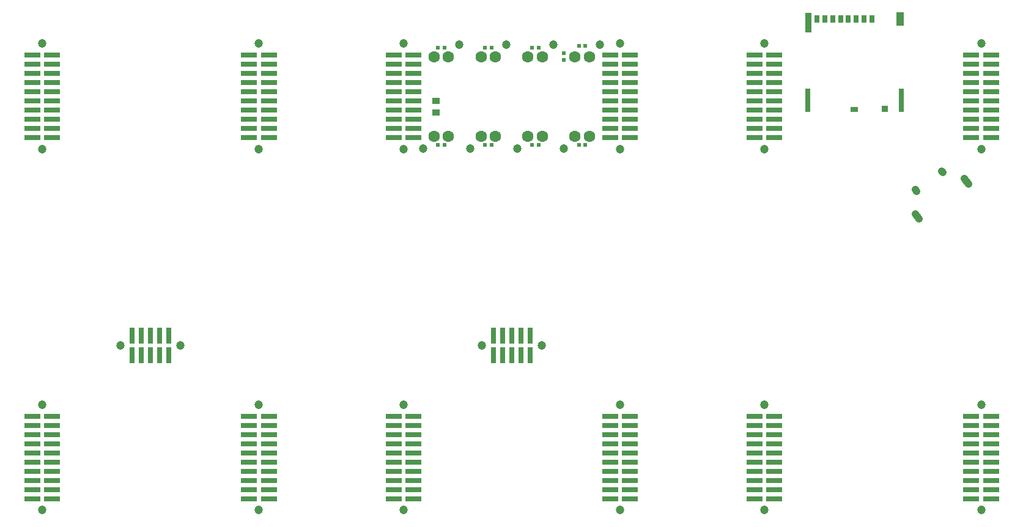
<source format=gbs>
G04 #@! TF.GenerationSoftware,KiCad,Pcbnew,no-vcs-found-d3b382c~59~ubuntu16.04.1*
G04 #@! TF.CreationDate,2017-07-31T19:30:18+01:00*
G04 #@! TF.ProjectId,r2_panel,72325F70616E656C2E6B696361645F70,1*
G04 #@! TF.SameCoordinates,Original
G04 #@! TF.FileFunction,Soldermask,Bot*
G04 #@! TF.FilePolarity,Negative*
%FSLAX46Y46*%
G04 Gerber Fmt 4.6, Leading zero omitted, Abs format (unit mm)*
G04 Created by KiCad (PCBNEW no-vcs-found-d3b382c~59~ubuntu16.04.1) date Mon Jul 31 19:30:18 2017*
%MOMM*%
%LPD*%
G01*
G04 APERTURE LIST*
%ADD10R,2.220000X0.740000*%
%ADD11C,1.200000*%
%ADD12R,0.620000X0.620000*%
%ADD13R,1.000000X0.950000*%
%ADD14C,1.600000*%
%ADD15R,0.740000X2.220000*%
%ADD16R,0.700000X1.100000*%
%ADD17R,1.140000X1.830000*%
%ADD18R,0.860000X2.800000*%
%ADD19R,0.700000X3.330000*%
%ADD20R,0.900000X0.930000*%
%ADD21R,1.050000X0.780000*%
%ADD22C,1.000000*%
%ADD23C,1.000000*%
G04 APERTURE END LIST*
D10*
X58635000Y-69285000D03*
X61365000Y-69285000D03*
X58635000Y-70555000D03*
X61365000Y-70555000D03*
X58635000Y-71825000D03*
X61365000Y-71825000D03*
X58635000Y-73095000D03*
X61365000Y-73095000D03*
X58635000Y-74365000D03*
X61365000Y-74365000D03*
X58635000Y-75635000D03*
X61365000Y-75635000D03*
X58635000Y-76905000D03*
X61365000Y-76905000D03*
X58635000Y-78175000D03*
X61365000Y-78175000D03*
X58635000Y-79445000D03*
X61365000Y-79445000D03*
X58635000Y-80715000D03*
X61365000Y-80715000D03*
D11*
X60000000Y-82305000D03*
X60000000Y-67695000D03*
D10*
X88635000Y-69285000D03*
X91365000Y-69285000D03*
X88635000Y-70555000D03*
X91365000Y-70555000D03*
X88635000Y-71825000D03*
X91365000Y-71825000D03*
X88635000Y-73095000D03*
X91365000Y-73095000D03*
X88635000Y-74365000D03*
X91365000Y-74365000D03*
X88635000Y-75635000D03*
X91365000Y-75635000D03*
X88635000Y-76905000D03*
X91365000Y-76905000D03*
X88635000Y-78175000D03*
X91365000Y-78175000D03*
X88635000Y-79445000D03*
X91365000Y-79445000D03*
X88635000Y-80715000D03*
X91365000Y-80715000D03*
D11*
X90000000Y-82305000D03*
X90000000Y-67695000D03*
D12*
X132250000Y-69050000D03*
X132250000Y-69950000D03*
D13*
X114550000Y-75600000D03*
X114550000Y-77200000D03*
D12*
X135200000Y-68000000D03*
X134300000Y-68000000D03*
X127800000Y-68250000D03*
X128700000Y-68250000D03*
X134300000Y-81750000D03*
X135200000Y-81750000D03*
D11*
X132250000Y-82200000D03*
D14*
X133750000Y-80500000D03*
X135750000Y-80500000D03*
X127250000Y-69500000D03*
X129250000Y-69500000D03*
D11*
X130750000Y-67800000D03*
X137250000Y-67800000D03*
D14*
X135750000Y-69500000D03*
X133750000Y-69500000D03*
D12*
X127800000Y-81750000D03*
X128700000Y-81750000D03*
X122200000Y-81750000D03*
X121300000Y-81750000D03*
X114800000Y-81750000D03*
X115700000Y-81750000D03*
X114800000Y-68250000D03*
X115700000Y-68250000D03*
X122200000Y-68250000D03*
X121300000Y-68250000D03*
D11*
X125750000Y-82200000D03*
D14*
X127250000Y-80500000D03*
X129250000Y-80500000D03*
X122750000Y-80500000D03*
X120750000Y-80500000D03*
D11*
X119250000Y-82200000D03*
X112750000Y-82200000D03*
D14*
X114250000Y-80500000D03*
X116250000Y-80500000D03*
X114250000Y-69500000D03*
X116250000Y-69500000D03*
D11*
X117750000Y-67800000D03*
X124250000Y-67800000D03*
D14*
X122750000Y-69500000D03*
X120750000Y-69500000D03*
D11*
X140000000Y-67695000D03*
X140000000Y-82305000D03*
D10*
X141365000Y-80715000D03*
X138635000Y-80715000D03*
X141365000Y-79445000D03*
X138635000Y-79445000D03*
X141365000Y-78175000D03*
X138635000Y-78175000D03*
X141365000Y-76905000D03*
X138635000Y-76905000D03*
X141365000Y-75635000D03*
X138635000Y-75635000D03*
X141365000Y-74365000D03*
X138635000Y-74365000D03*
X141365000Y-73095000D03*
X138635000Y-73095000D03*
X141365000Y-71825000D03*
X138635000Y-71825000D03*
X141365000Y-70555000D03*
X138635000Y-70555000D03*
X141365000Y-69285000D03*
X138635000Y-69285000D03*
X108635000Y-69285000D03*
X111365000Y-69285000D03*
X108635000Y-70555000D03*
X111365000Y-70555000D03*
X108635000Y-71825000D03*
X111365000Y-71825000D03*
X108635000Y-73095000D03*
X111365000Y-73095000D03*
X108635000Y-74365000D03*
X111365000Y-74365000D03*
X108635000Y-75635000D03*
X111365000Y-75635000D03*
X108635000Y-76905000D03*
X111365000Y-76905000D03*
X108635000Y-78175000D03*
X111365000Y-78175000D03*
X108635000Y-79445000D03*
X111365000Y-79445000D03*
X108635000Y-80715000D03*
X111365000Y-80715000D03*
D11*
X110000000Y-82305000D03*
X110000000Y-67695000D03*
D10*
X88635000Y-119285000D03*
X91365000Y-119285000D03*
X88635000Y-120555000D03*
X91365000Y-120555000D03*
X88635000Y-121825000D03*
X91365000Y-121825000D03*
X88635000Y-123095000D03*
X91365000Y-123095000D03*
X88635000Y-124365000D03*
X91365000Y-124365000D03*
X88635000Y-125635000D03*
X91365000Y-125635000D03*
X88635000Y-126905000D03*
X91365000Y-126905000D03*
X88635000Y-128175000D03*
X91365000Y-128175000D03*
X88635000Y-129445000D03*
X91365000Y-129445000D03*
X88635000Y-130715000D03*
X91365000Y-130715000D03*
D11*
X90000000Y-132305000D03*
X90000000Y-117695000D03*
D10*
X58635000Y-119285000D03*
X61365000Y-119285000D03*
X58635000Y-120555000D03*
X61365000Y-120555000D03*
X58635000Y-121825000D03*
X61365000Y-121825000D03*
X58635000Y-123095000D03*
X61365000Y-123095000D03*
X58635000Y-124365000D03*
X61365000Y-124365000D03*
X58635000Y-125635000D03*
X61365000Y-125635000D03*
X58635000Y-126905000D03*
X61365000Y-126905000D03*
X58635000Y-128175000D03*
X61365000Y-128175000D03*
X58635000Y-129445000D03*
X61365000Y-129445000D03*
X58635000Y-130715000D03*
X61365000Y-130715000D03*
D11*
X60000000Y-132305000D03*
X60000000Y-117695000D03*
D15*
X72460000Y-110865000D03*
X72460000Y-108135000D03*
X73730000Y-110865000D03*
X73730000Y-108135000D03*
X75000000Y-110865000D03*
X75000000Y-108135000D03*
X76270000Y-110865000D03*
X76270000Y-108135000D03*
X77540000Y-110865000D03*
X77540000Y-108135000D03*
D11*
X79130000Y-109500000D03*
X70870000Y-109500000D03*
D16*
X174880000Y-64270000D03*
X173780000Y-64270000D03*
X172680000Y-64270000D03*
X171580000Y-64270000D03*
X170580000Y-64270000D03*
X169480000Y-64270000D03*
X168380000Y-64270000D03*
X167280000Y-64270000D03*
D17*
X178760000Y-64285000D03*
D18*
X166100000Y-64770000D03*
D19*
X166020000Y-75535000D03*
X178980000Y-75535000D03*
D20*
X176670000Y-76735000D03*
D21*
X172405000Y-76810000D03*
D22*
X184638484Y-85470884D03*
D23*
X184566163Y-85368930D02*
X184710805Y-85572838D01*
D22*
X181008917Y-88045518D03*
D23*
X180936596Y-87943564D02*
X181081238Y-88147472D01*
D22*
X187964677Y-86789572D03*
D23*
X187704321Y-86422537D02*
X188225033Y-87156607D01*
D22*
X181154141Y-91620628D03*
D23*
X180893785Y-91253593D02*
X181414497Y-91987663D01*
D10*
X188635000Y-69285000D03*
X191365000Y-69285000D03*
X188635000Y-70555000D03*
X191365000Y-70555000D03*
X188635000Y-71825000D03*
X191365000Y-71825000D03*
X188635000Y-73095000D03*
X191365000Y-73095000D03*
X188635000Y-74365000D03*
X191365000Y-74365000D03*
X188635000Y-75635000D03*
X191365000Y-75635000D03*
X188635000Y-76905000D03*
X191365000Y-76905000D03*
X188635000Y-78175000D03*
X191365000Y-78175000D03*
X188635000Y-79445000D03*
X191365000Y-79445000D03*
X188635000Y-80715000D03*
X191365000Y-80715000D03*
D11*
X190000000Y-82305000D03*
X190000000Y-67695000D03*
D10*
X158635000Y-69285000D03*
X161365000Y-69285000D03*
X158635000Y-70555000D03*
X161365000Y-70555000D03*
X158635000Y-71825000D03*
X161365000Y-71825000D03*
X158635000Y-73095000D03*
X161365000Y-73095000D03*
X158635000Y-74365000D03*
X161365000Y-74365000D03*
X158635000Y-75635000D03*
X161365000Y-75635000D03*
X158635000Y-76905000D03*
X161365000Y-76905000D03*
X158635000Y-78175000D03*
X161365000Y-78175000D03*
X158635000Y-79445000D03*
X161365000Y-79445000D03*
X158635000Y-80715000D03*
X161365000Y-80715000D03*
D11*
X160000000Y-82305000D03*
X160000000Y-67695000D03*
X190000000Y-117695000D03*
X190000000Y-132305000D03*
D10*
X191365000Y-130715000D03*
X188635000Y-130715000D03*
X191365000Y-129445000D03*
X188635000Y-129445000D03*
X191365000Y-128175000D03*
X188635000Y-128175000D03*
X191365000Y-126905000D03*
X188635000Y-126905000D03*
X191365000Y-125635000D03*
X188635000Y-125635000D03*
X191365000Y-124365000D03*
X188635000Y-124365000D03*
X191365000Y-123095000D03*
X188635000Y-123095000D03*
X191365000Y-121825000D03*
X188635000Y-121825000D03*
X191365000Y-120555000D03*
X188635000Y-120555000D03*
X191365000Y-119285000D03*
X188635000Y-119285000D03*
X158635000Y-119285000D03*
X161365000Y-119285000D03*
X158635000Y-120555000D03*
X161365000Y-120555000D03*
X158635000Y-121825000D03*
X161365000Y-121825000D03*
X158635000Y-123095000D03*
X161365000Y-123095000D03*
X158635000Y-124365000D03*
X161365000Y-124365000D03*
X158635000Y-125635000D03*
X161365000Y-125635000D03*
X158635000Y-126905000D03*
X161365000Y-126905000D03*
X158635000Y-128175000D03*
X161365000Y-128175000D03*
X158635000Y-129445000D03*
X161365000Y-129445000D03*
X158635000Y-130715000D03*
X161365000Y-130715000D03*
D11*
X160000000Y-132305000D03*
X160000000Y-117695000D03*
D10*
X138635000Y-119285000D03*
X141365000Y-119285000D03*
X138635000Y-120555000D03*
X141365000Y-120555000D03*
X138635000Y-121825000D03*
X141365000Y-121825000D03*
X138635000Y-123095000D03*
X141365000Y-123095000D03*
X138635000Y-124365000D03*
X141365000Y-124365000D03*
X138635000Y-125635000D03*
X141365000Y-125635000D03*
X138635000Y-126905000D03*
X141365000Y-126905000D03*
X138635000Y-128175000D03*
X141365000Y-128175000D03*
X138635000Y-129445000D03*
X141365000Y-129445000D03*
X138635000Y-130715000D03*
X141365000Y-130715000D03*
D11*
X140000000Y-132305000D03*
X140000000Y-117695000D03*
D10*
X108635000Y-119285000D03*
X111365000Y-119285000D03*
X108635000Y-120555000D03*
X111365000Y-120555000D03*
X108635000Y-121825000D03*
X111365000Y-121825000D03*
X108635000Y-123095000D03*
X111365000Y-123095000D03*
X108635000Y-124365000D03*
X111365000Y-124365000D03*
X108635000Y-125635000D03*
X111365000Y-125635000D03*
X108635000Y-126905000D03*
X111365000Y-126905000D03*
X108635000Y-128175000D03*
X111365000Y-128175000D03*
X108635000Y-129445000D03*
X111365000Y-129445000D03*
X108635000Y-130715000D03*
X111365000Y-130715000D03*
D11*
X110000000Y-132305000D03*
X110000000Y-117695000D03*
D15*
X122460000Y-110865000D03*
X122460000Y-108135000D03*
X123730000Y-110865000D03*
X123730000Y-108135000D03*
X125000000Y-110865000D03*
X125000000Y-108135000D03*
X126270000Y-110865000D03*
X126270000Y-108135000D03*
X127540000Y-110865000D03*
X127540000Y-108135000D03*
D11*
X129130000Y-109500000D03*
X120870000Y-109500000D03*
M02*

</source>
